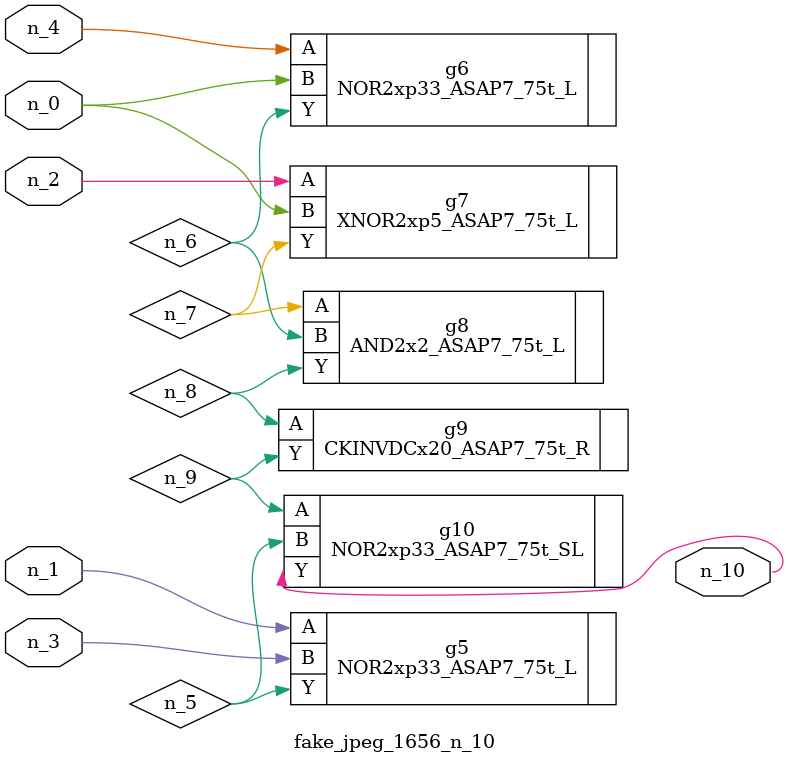
<source format=v>
module fake_jpeg_1656_n_10 (n_3, n_2, n_1, n_0, n_4, n_10);

input n_3;
input n_2;
input n_1;
input n_0;
input n_4;

output n_10;

wire n_8;
wire n_9;
wire n_6;
wire n_5;
wire n_7;

NOR2xp33_ASAP7_75t_L g5 ( 
.A(n_1),
.B(n_3),
.Y(n_5)
);

NOR2xp33_ASAP7_75t_L g6 ( 
.A(n_4),
.B(n_0),
.Y(n_6)
);

XNOR2xp5_ASAP7_75t_L g7 ( 
.A(n_2),
.B(n_0),
.Y(n_7)
);

AND2x2_ASAP7_75t_L g8 ( 
.A(n_7),
.B(n_6),
.Y(n_8)
);

CKINVDCx20_ASAP7_75t_R g9 ( 
.A(n_8),
.Y(n_9)
);

NOR2xp33_ASAP7_75t_SL g10 ( 
.A(n_9),
.B(n_5),
.Y(n_10)
);


endmodule
</source>
